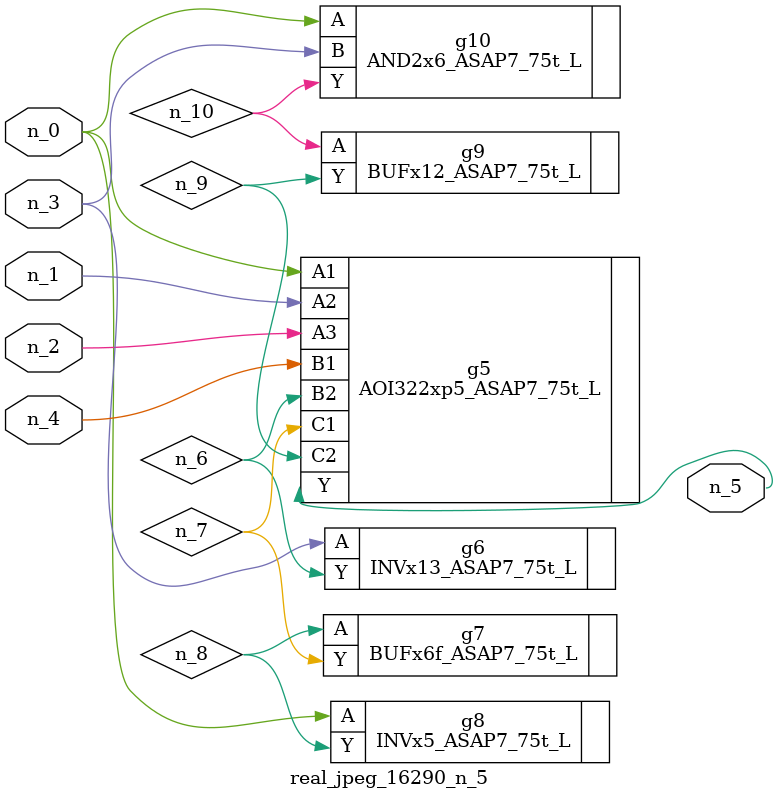
<source format=v>
module real_jpeg_16290_n_5 (n_4, n_0, n_1, n_2, n_3, n_5);

input n_4;
input n_0;
input n_1;
input n_2;
input n_3;

output n_5;

wire n_8;
wire n_6;
wire n_7;
wire n_10;
wire n_9;

AOI322xp5_ASAP7_75t_L g5 ( 
.A1(n_0),
.A2(n_1),
.A3(n_2),
.B1(n_4),
.B2(n_6),
.C1(n_7),
.C2(n_9),
.Y(n_5)
);

INVx5_ASAP7_75t_L g8 ( 
.A(n_0),
.Y(n_8)
);

AND2x6_ASAP7_75t_L g10 ( 
.A(n_0),
.B(n_3),
.Y(n_10)
);

INVx13_ASAP7_75t_L g6 ( 
.A(n_3),
.Y(n_6)
);

BUFx6f_ASAP7_75t_L g7 ( 
.A(n_8),
.Y(n_7)
);

BUFx12_ASAP7_75t_L g9 ( 
.A(n_10),
.Y(n_9)
);


endmodule
</source>
